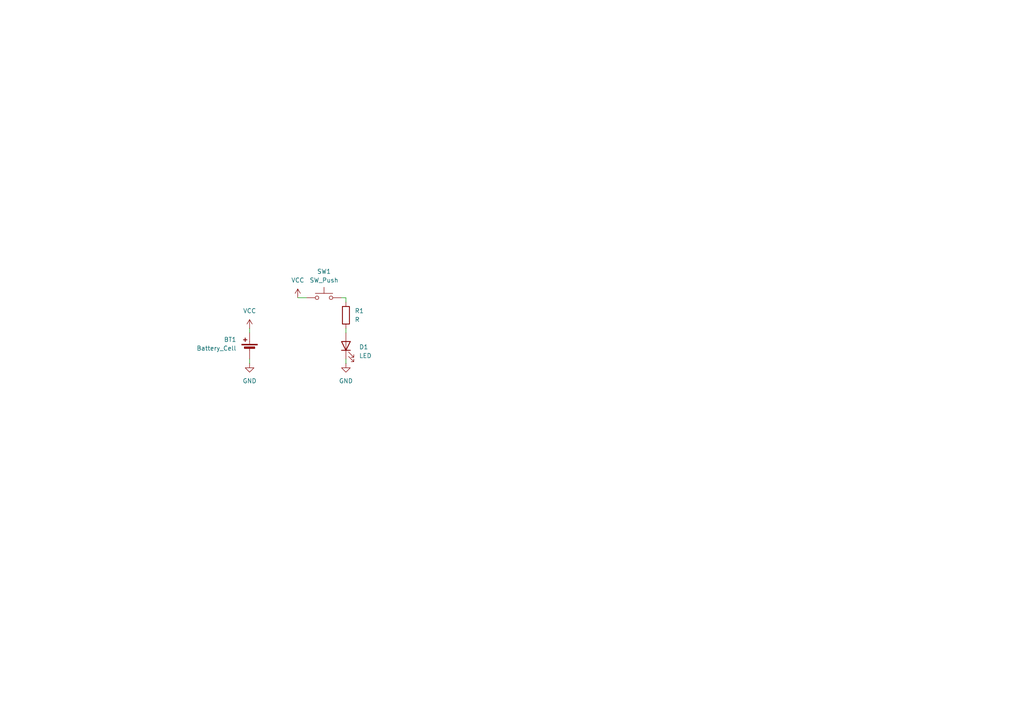
<source format=kicad_sch>
(kicad_sch (version 20250114) (generator "eeschema") (generator_version "9.0")
  (paper "A4")
  (lib_symbols
    (symbol "Device:Battery_Cell" (pin_numbers (hide yes)) (pin_names (offset 0) (hide yes))
      (property "Reference" "BT" (at 2.54 2.54 0))
      (property "Value" "Battery_Cell" (at 2.54 0 0))
      (symbol "Battery_Cell_0_1"
        (rectangle (start -2.286 1.778) (end 2.286 1.524) (fill (type outline)))
        (rectangle (start -1.524 1.016) (end 1.524 0.508) (fill (type outline)))
        (polyline (pts (xy 0 1.778) (xy 0 2.54)))
        (polyline (pts (xy 0 0.762) (xy 0 0)))
        (polyline (pts (xy 0.762 3.048) (xy 1.778 3.048)) (stroke (width 0.254)))
        (polyline (pts (xy 1.27 3.556) (xy 1.27 2.54)) (stroke (width 0.254)))
      )
      (symbol "Battery_Cell_1_1"
        (pin passive line (at 0 5.08 270) (length 2.54) (name "+") (number "1"))
        (pin passive line (at 0 -2.54 90) (length 2.54) (name "-") (number "2"))
      )
    )
    (symbol "Device:LED" (pin_numbers (hide yes)) (pin_names (offset 1.016) (hide yes))
      (property "Reference" "D" (at 0 2.54 0))
      (property "Value" "LED" (at 0 -2.54 0))
      (symbol "LED_0_1"
        (polyline (pts (xy -3.048 -0.762) (xy -4.572 -2.286) (xy -3.81 -2.286) (xy -4.572 -2.286) (xy -4.572 -1.524)))
        (polyline (pts (xy -1.778 -0.762) (xy -3.302 -2.286) (xy -2.54 -2.286) (xy -3.302 -2.286) (xy -3.302 -1.524)))
        (polyline (pts (xy -1.27 0) (xy 1.27 0)))
        (polyline (pts (xy -1.27 -1.27) (xy -1.27 1.27)) (stroke (width 0.254)))
        (polyline (pts (xy 1.27 -1.27) (xy 1.27 1.27) (xy -1.27 0) (xy 1.27 -1.27)) (stroke (width 0.254)))
      )
      (symbol "LED_1_1"
        (pin passive line (at -3.81 0 0) (length 2.54) (name "K") (number "1"))
        (pin passive line (at 3.81 0 180) (length 2.54) (name "A") (number "2"))
      )
    )
    (symbol "Device:R" (pin_numbers (hide yes)) (pin_names (offset 0))
      (property "Reference" "R" (at 2.032 0 90))
      (property "Value" "R" (at 0 0 90))
      (symbol "R_0_1"
        (rectangle (start -1.016 -2.54) (end 1.016 2.54) (stroke (width 0.254)))
      )
      (symbol "R_1_1"
        (pin passive line (at 0 3.81 270) (length 1.27) (name "~") (number "1"))
        (pin passive line (at 0 -3.81 90) (length 1.27) (name "~") (number "2"))
      )
    )
    (symbol "Switch:SW_Push" (pin_numbers (hide yes)) (pin_names (offset 1.016) (hide yes))
      (property "Reference" "SW" (at 1.27 2.54 0))
      (property "Value" "SW_Push" (at 0 -1.524 0))
      (symbol "SW_Push_0_1"
        (circle (center -2.032 0) (radius 0.508))
        (polyline (pts (xy 0 1.27) (xy 0 3.048)))
        (circle (center 2.032 0) (radius 0.508))
        (polyline (pts (xy 2.54 1.27) (xy -2.54 1.27)))
        (pin passive line (at -5.08 0 0) (length 2.54) (name "1") (number "1"))
        (pin passive line (at 5.08 0 180) (length 2.54) (name "2") (number "2"))
      )
    )
    (symbol "power:GND" (power) (pin_numbers (hide yes)) (pin_names (offset 0) (hide yes))
      (property "Value" "GND" (at 0 -3.81 0))
      (symbol "GND_0_1"
        (polyline (pts (xy 0 0) (xy 0 -1.27) (xy 1.27 -1.27) (xy 0 -2.54) (xy -1.27 -1.27) (xy 0 -1.27)))
      )
      (symbol "GND_1_1"
        (pin power_in line (at 0 0 270) (length 0) (name "~") (number "1"))
      )
    )
    (symbol "power:VCC" (power) (pin_numbers (hide yes)) (pin_names (offset 0) (hide yes))
      (property "Value" "VCC" (at 0 3.556 0))
      (symbol "VCC_0_1"
        (polyline (pts (xy -0.762 1.27) (xy 0 2.54)))
        (polyline (pts (xy 0 2.54) (xy 0.762 1.27)))
        (polyline (pts (xy 0 0) (xy 0 2.54)))
      )
      (symbol "VCC_1_1"
        (pin power_in line (at 0 0 90) (length 0) (name "~") (number "1"))
      )
    )
  )
  (wire (pts (xy 72.39 104.14) (xy 72.39 105.41)))
  (wire (pts (xy 72.39 95.25) (xy 72.39 96.52)))
  (wire (pts (xy 100.33 104.14) (xy 100.33 105.41)))
  (wire (pts (xy 86.36 86.36) (xy 88.9 86.36)))
  (wire (pts (xy 100.33 86.36) (xy 100.33 87.63)))
  (wire (pts (xy 99.06 86.36) (xy 100.33 86.36)))
  (wire (pts (xy 100.33 95.25) (xy 100.33 96.52)))
  (symbol (lib_id "Switch:SW_Push") (at 93.98 86.36 0) (unit 1)
    (property "Reference" "SW1" (at 93.98 78.74 0))
    (property "Value" "SW_Push" (at 93.98 81.28 0))
    (property "Footprint" "Button_Switch_THT:SW_PUSH_6mm" (effects (hide yes)))
    (property "Description" "Push button switch, generic, two pins" (effects (hide yes)))
  )
  (symbol (lib_id "power:GND") (at 100.33 105.41 0) (unit 1)
    (property "Reference" "#PWR0102" (effects (hide yes)))
    (property "Value" "GND" (at 100.33 110.49 0))
    (property "Description" "Power symbol creates a global label with name \"GND\" , ground" (effects (hide yes)))
  )
  (symbol (lib_id "power:VCC") (at 72.39 95.25 0) (unit 1)
    (property "Reference" "#PWR0104" (effects (hide yes)))
    (property "Value" "VCC" (at 72.39 90.17 0))
    (property "Description" "Power symbol creates a global label with name \"VCC\"" (effects (hide yes)))
  )
  (symbol (lib_id "Device:R") (at 100.33 91.44 0) (unit 1)
    (property "Reference" "R1" (at 102.87 90.1699 0) (effects (justify left)))
    (property "Value" "R" (at 102.87 92.7099 0) (effects (justify left)))
    (property "Footprint" "Resistor_THT:R_Axial_DIN0207_L6.3mm_D2.5mm_P7.62mm_Horizontal" (effects (hide yes)))
    (property "Description" "Resistor" (effects (hide yes)))
  )
  (symbol (lib_id "power:GND") (at 72.39 105.41 0) (unit 1)
    (property "Reference" "#PWR0103" (effects (hide yes)))
    (property "Value" "GND" (at 72.39 110.49 0))
    (property "Description" "Power symbol creates a global label with name \"GND\" , ground" (effects (hide yes)))
  )
  (symbol (lib_id "power:VCC") (at 86.36 86.36 0) (unit 1)
    (property "Reference" "#PWR0101" (effects (hide yes)))
    (property "Value" "VCC" (at 86.36 81.28 0))
    (property "Description" "Power symbol creates a global label with name \"VCC\"" (effects (hide yes)))
  )
  (symbol (lib_id "Device:Battery_Cell") (at 72.39 101.6 0) (mirror y) (unit 1)
    (property "Reference" "BT1" (at 68.58 98.4884 0) (effects (justify left)))
    (property "Value" "Battery_Cell" (at 68.58 101.0284 0) (effects (justify left)))
    (property "Footprint" "Battery:BatteryHolder_Multicomp_BC-2001_1x2032" (effects (hide yes)))
    (property "Description" "Single-cell battery" (effects (hide yes)))
  )
  (symbol (lib_id "Device:LED") (at 100.33 100.33 90) (unit 1)
    (property "Reference" "D1" (at 104.14 100.6474 90) (effects (justify right)))
    (property "Value" "LED" (at 104.14 103.1874 90) (effects (justify right)))
    (property "Footprint" "LED_THT:LED_D3.0mm" (effects (hide yes)))
    (property "Description" "Light emitting diode" (effects (hide yes)))
    (property "Sim.Pins" "1=K 2=A" (effects (hide yes)))
  )
)
</source>
